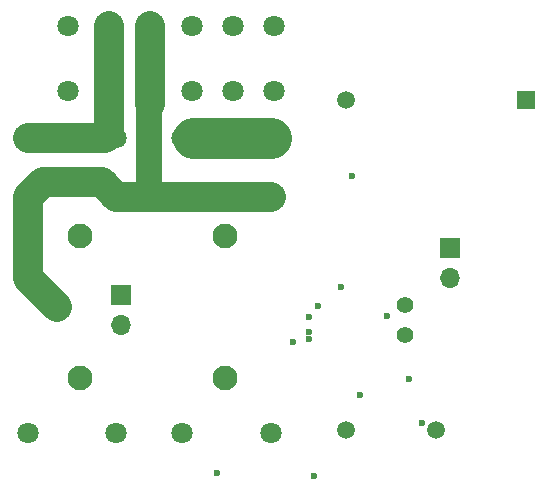
<source format=gbr>
%TF.GenerationSoftware,KiCad,Pcbnew,9.0.0*%
%TF.CreationDate,2025-03-25T19:49:10+01:00*%
%TF.ProjectId,raumtemp_relay,7261756d-7465-46d7-905f-72656c61792e,rev?*%
%TF.SameCoordinates,Original*%
%TF.FileFunction,Copper,L5,Inr*%
%TF.FilePolarity,Positive*%
%FSLAX46Y46*%
G04 Gerber Fmt 4.6, Leading zero omitted, Abs format (unit mm)*
G04 Created by KiCad (PCBNEW 9.0.0) date 2025-03-25 19:49:10*
%MOMM*%
%LPD*%
G01*
G04 APERTURE LIST*
%TA.AperFunction,ComponentPad*%
%ADD10C,1.803400*%
%TD*%
%TA.AperFunction,ComponentPad*%
%ADD11C,1.400000*%
%TD*%
%TA.AperFunction,ComponentPad*%
%ADD12R,1.700000X1.700000*%
%TD*%
%TA.AperFunction,ComponentPad*%
%ADD13O,1.700000X1.700000*%
%TD*%
%TA.AperFunction,ComponentPad*%
%ADD14C,1.800000*%
%TD*%
%TA.AperFunction,ComponentPad*%
%ADD15C,2.100000*%
%TD*%
%TA.AperFunction,ComponentPad*%
%ADD16R,1.508000X1.508000*%
%TD*%
%TA.AperFunction,ComponentPad*%
%ADD17C,1.508000*%
%TD*%
%TA.AperFunction,ViaPad*%
%ADD18C,0.600000*%
%TD*%
%TA.AperFunction,Conductor*%
%ADD19C,2.500000*%
%TD*%
%TA.AperFunction,Conductor*%
%ADD20C,2.200000*%
%TD*%
%TA.AperFunction,Conductor*%
%ADD21C,3.500000*%
%TD*%
G04 APERTURE END LIST*
D10*
%TO.N,Net-(D2-A)*%
%TO.C,K3*%
X135725000Y-99180000D03*
%TO.N,Net-(J1-3)*%
X135725000Y-79180000D03*
%TO.N,Net-(J1-6)*%
X135725000Y-74180000D03*
X143225000Y-74180000D03*
%TO.N,Net-(J1-3)*%
X143225000Y-79180000D03*
%TO.N,+VDC*%
X143225000Y-99180000D03*
%TD*%
%TO.N,Net-(D1-A)*%
%TO.C,K2*%
X122675000Y-99180000D03*
%TO.N,Net-(J1-3)*%
X122675000Y-79180000D03*
%TO.N,Net-(J1-2)*%
X122675000Y-74180000D03*
X130175000Y-74180000D03*
%TO.N,Net-(J1-3)*%
X130175000Y-79180000D03*
%TO.N,+VDC*%
X130175000Y-99180000D03*
%TD*%
D11*
%TO.N,+VDC*%
%TO.C,JP1*%
X154625000Y-90830000D03*
%TO.N,+3V3*%
X154625000Y-88290000D03*
%TD*%
D12*
%TO.N,+3V3*%
%TO.C,J3*%
X158425000Y-83480000D03*
D13*
%TO.N,GND*%
X158425000Y-86020000D03*
%TD*%
D12*
%TO.N,Net-(J2-Pin_1)*%
%TO.C,J2*%
X130524656Y-87480000D03*
D13*
%TO.N,Net-(J2-Pin_2)*%
X130524656Y-90020000D03*
%TD*%
D14*
%TO.N,Net-(J1-1)*%
%TO.C,J1*%
X126036723Y-70200000D03*
X126036723Y-64700000D03*
%TO.N,Net-(J1-2)*%
X129536723Y-70200000D03*
X129536723Y-64700000D03*
%TO.N,Net-(J1-3)*%
X133036723Y-70200000D03*
X133036723Y-64700000D03*
%TO.N,Net-(J1-4)*%
X136536723Y-70200000D03*
X136536723Y-64700000D03*
%TO.N,Net-(J1-5)*%
X140036723Y-70200000D03*
X140036723Y-64700000D03*
%TO.N,Net-(J1-6)*%
X143536723Y-70200000D03*
X143536723Y-64700000D03*
%TD*%
D15*
%TO.N,+VDC*%
%TO.C,K1*%
X127125000Y-94480000D03*
%TO.N,Net-(D1-A)*%
X127125000Y-82480000D03*
%TO.N,Net-(J1-3)*%
X125125000Y-88480000D03*
%TO.N,Net-(J1-6)*%
X139325000Y-94480000D03*
%TO.N,Net-(J1-5)*%
X139325000Y-82480000D03*
%TD*%
D16*
%TO.N,Net-(J1-3)*%
%TO.C,PS1*%
X164864545Y-70981894D03*
D17*
%TO.N,Net-(J1-1)*%
X149624545Y-70981894D03*
%TO.N,GND*%
X149624545Y-98921894D03*
%TO.N,+VDC*%
X157244545Y-98921894D03*
%TD*%
D18*
%TO.N,+VDC*%
X153050000Y-89255000D03*
X147275000Y-88430000D03*
X146475000Y-89380000D03*
%TO.N,GND*%
X146475000Y-90580000D03*
X146475000Y-91230000D03*
X145125000Y-91430000D03*
X150825000Y-95980000D03*
X149225000Y-86780000D03*
X150125000Y-77380000D03*
%TO.N,+VDC*%
X156025000Y-98280000D03*
X154925000Y-94580000D03*
%TO.N,Net-(J2-Pin_2)*%
X146925000Y-102780000D03*
%TO.N,Net-(J2-Pin_1)*%
X138725000Y-102580000D03*
%TD*%
D19*
%TO.N,Net-(J1-3)*%
X122670418Y-86030000D02*
X125120418Y-88480000D01*
X128920418Y-77930000D02*
X123920418Y-77930000D01*
X123920418Y-77930000D02*
X122670418Y-79180000D01*
X130170418Y-79180000D02*
X128920418Y-77930000D01*
X122670418Y-79180000D02*
X122670418Y-86030000D01*
X143220418Y-79180000D02*
X130170418Y-79180000D01*
D20*
X132970418Y-71630000D02*
X132970418Y-79023662D01*
D19*
X133032141Y-64700000D02*
X133032141Y-70200000D01*
X133032141Y-79085385D02*
X133020418Y-79097108D01*
D21*
%TO.N,Net-(J1-6)*%
X143220418Y-74180000D02*
X136629581Y-74180000D01*
X136629581Y-74180000D02*
X136625273Y-74184308D01*
D19*
%TO.N,Net-(J1-3)*%
X133032141Y-70200000D02*
X133032141Y-71268277D01*
%TO.N,Net-(J1-2)*%
X129532141Y-64700000D02*
X129532141Y-70200000D01*
%TO.N,Net-(J1-3)*%
X132970418Y-79023662D02*
X133032141Y-79085385D01*
%TO.N,Net-(J1-2)*%
X129244317Y-74180000D02*
X129532141Y-73892176D01*
X122670418Y-74180000D02*
X129244317Y-74180000D01*
X129532141Y-73892176D02*
X129532141Y-70200000D01*
%TD*%
M02*

</source>
